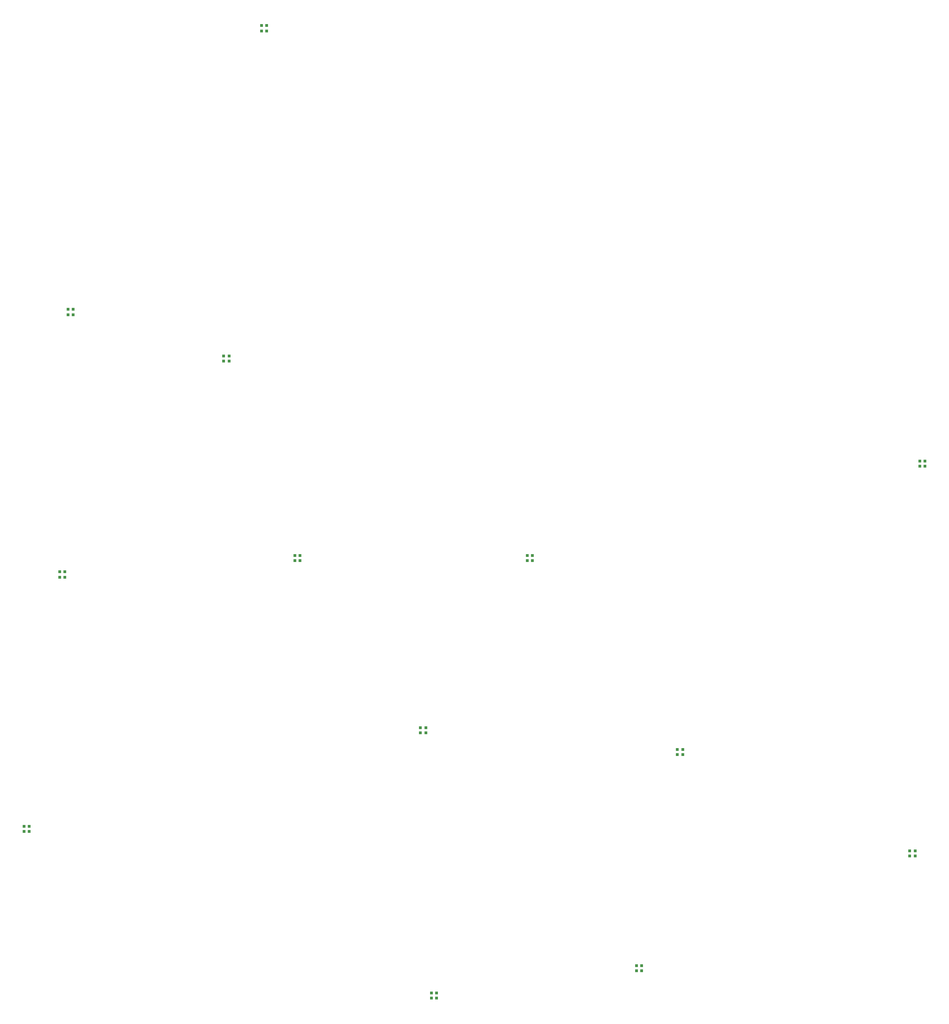
<source format=gtp>
%TF.GenerationSoftware,KiCad,Pcbnew,(6.0.4)*%
%TF.CreationDate,2022-05-26T23:51:16-07:00*%
%TF.ProjectId,bot_R,626f745f-522e-46b6-9963-61645f706362,rev?*%
%TF.SameCoordinates,Original*%
%TF.FileFunction,Paste,Top*%
%TF.FilePolarity,Positive*%
%FSLAX46Y46*%
G04 Gerber Fmt 4.6, Leading zero omitted, Abs format (unit mm)*
G04 Created by KiCad (PCBNEW (6.0.4)) date 2022-05-26 23:51:16*
%MOMM*%
%LPD*%
G01*
G04 APERTURE LIST*
%ADD10R,0.550000X0.550000*%
G04 APERTURE END LIST*
D10*
%TO.C,D14*%
X21525000Y-180475000D03*
X22475000Y-180475000D03*
X22475000Y-179525000D03*
X21525000Y-179525000D03*
%TD*%
%TO.C,D6*%
X133525000Y-205975000D03*
X134475000Y-205975000D03*
X134475000Y-205025000D03*
X133525000Y-205025000D03*
%TD*%
%TO.C,D12*%
X58050000Y-94450000D03*
X59000000Y-94450000D03*
X59000000Y-93500000D03*
X58050000Y-93500000D03*
%TD*%
%TO.C,D2*%
X64925000Y-34075000D03*
X65875000Y-34075000D03*
X65875000Y-33125000D03*
X64925000Y-33125000D03*
%TD*%
%TO.C,D4*%
X183525000Y-184975000D03*
X184475000Y-184975000D03*
X184475000Y-184025000D03*
X183525000Y-184025000D03*
%TD*%
%TO.C,D9*%
X113525000Y-130975000D03*
X114475000Y-130975000D03*
X114475000Y-130025000D03*
X113525000Y-130025000D03*
%TD*%
%TO.C,D11*%
X28025000Y-133975000D03*
X28975000Y-133975000D03*
X28975000Y-133025000D03*
X28025000Y-133025000D03*
%TD*%
%TO.C,D7*%
X96025000Y-210975000D03*
X96975000Y-210975000D03*
X96975000Y-210025000D03*
X96025000Y-210025000D03*
%TD*%
%TO.C,D13*%
X29525000Y-85975000D03*
X30475000Y-85975000D03*
X30475000Y-85025000D03*
X29525000Y-85025000D03*
%TD*%
%TO.C,D8*%
X94025000Y-162475000D03*
X94975000Y-162475000D03*
X94975000Y-161525000D03*
X94025000Y-161525000D03*
%TD*%
%TO.C,D10*%
X71050000Y-130950000D03*
X72000000Y-130950000D03*
X72000000Y-130000000D03*
X71050000Y-130000000D03*
%TD*%
%TO.C,D5*%
X141025000Y-166475000D03*
X141975000Y-166475000D03*
X141975000Y-165525000D03*
X141025000Y-165525000D03*
%TD*%
%TO.C,D3*%
X185325000Y-113675000D03*
X186275000Y-113675000D03*
X186275000Y-112725000D03*
X185325000Y-112725000D03*
%TD*%
M02*

</source>
